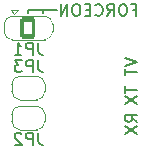
<source format=gbo>
%TF.GenerationSoftware,KiCad,Pcbnew,7.0.2-0*%
%TF.CreationDate,2023-11-06T23:03:35-08:00*%
%TF.ProjectId,uart-friend-232,75617274-2d66-4726-9965-6e642d323332,rev?*%
%TF.SameCoordinates,PX9765530PY6521e48*%
%TF.FileFunction,Legend,Bot*%
%TF.FilePolarity,Positive*%
%FSLAX46Y46*%
G04 Gerber Fmt 4.6, Leading zero omitted, Abs format (unit mm)*
G04 Created by KiCad (PCBNEW 7.0.2-0) date 2023-11-06 23:03:35*
%MOMM*%
%LPD*%
G01*
G04 APERTURE LIST*
G04 Aperture macros list*
%AMRoundRect*
0 Rectangle with rounded corners*
0 $1 Rounding radius*
0 $2 $3 $4 $5 $6 $7 $8 $9 X,Y pos of 4 corners*
0 Add a 4 corners polygon primitive as box body*
4,1,4,$2,$3,$4,$5,$6,$7,$8,$9,$2,$3,0*
0 Add four circle primitives for the rounded corners*
1,1,$1+$1,$2,$3*
1,1,$1+$1,$4,$5*
1,1,$1+$1,$6,$7*
1,1,$1+$1,$8,$9*
0 Add four rect primitives between the rounded corners*
20,1,$1+$1,$2,$3,$4,$5,0*
20,1,$1+$1,$4,$5,$6,$7,0*
20,1,$1+$1,$6,$7,$8,$9,0*
20,1,$1+$1,$8,$9,$2,$3,0*%
%AMFreePoly0*
4,1,40,0.586777,0.930194,0.656366,0.874698,0.694986,0.794504,0.700000,0.750000,0.700000,-0.750000,0.680194,-0.836777,0.624698,-0.906366,0.544504,-0.944986,0.500000,-0.950000,0.000000,-0.950000,-0.022297,-0.944911,-0.071157,-0.944911,-0.127504,-0.936810,-0.264055,-0.896715,-0.315837,-0.873066,-0.435559,-0.796125,-0.478580,-0.758847,-0.571777,-0.651292,-0.602554,-0.603402,-0.661673,-0.473948,
-0.677710,-0.419330,-0.697964,-0.278464,-0.700000,-0.250000,-0.700000,0.250000,-0.697964,0.278464,-0.677710,0.419330,-0.661673,0.473948,-0.602554,0.603402,-0.571777,0.651292,-0.478580,0.758847,-0.435559,0.796125,-0.315837,0.873066,-0.264055,0.896715,-0.127504,0.936810,-0.071157,0.944911,-0.044660,0.944911,-0.044504,0.944986,0.000000,0.950000,0.500000,0.950000,0.586777,0.930194,
0.586777,0.930194,$1*%
%AMFreePoly1*
4,1,40,0.022297,0.944911,0.071157,0.944911,0.127504,0.936810,0.264055,0.896715,0.315837,0.873066,0.435559,0.796125,0.478580,0.758847,0.571777,0.651292,0.602554,0.603402,0.661673,0.473948,0.677710,0.419330,0.697964,0.278464,0.700000,0.250000,0.700000,-0.250000,0.697964,-0.278464,0.677710,-0.419330,0.661673,-0.473948,0.602554,-0.603402,0.571777,-0.651292,0.478580,-0.758847,
0.435559,-0.796125,0.315837,-0.873066,0.264055,-0.896715,0.127504,-0.936810,0.071157,-0.944911,0.044660,-0.944911,0.044504,-0.944986,0.000000,-0.950000,-0.500000,-0.950000,-0.586777,-0.930194,-0.656366,-0.874698,-0.694986,-0.794504,-0.700000,-0.750000,-0.700000,0.750000,-0.680194,0.836777,-0.624698,0.906366,-0.544504,0.944986,-0.500000,0.950000,0.000000,0.950000,0.022297,0.944911,
0.022297,0.944911,$1*%
%AMFreePoly2*
4,1,40,0.636777,0.930194,0.706366,0.874698,0.744986,0.794504,0.750000,0.750000,0.750000,-0.750000,0.730194,-0.836777,0.674698,-0.906366,0.594504,-0.944986,0.550000,-0.950000,0.000000,-0.950000,-0.022297,-0.944911,-0.071157,-0.944911,-0.127504,-0.936810,-0.264055,-0.896715,-0.315837,-0.873066,-0.435559,-0.796125,-0.478580,-0.758847,-0.571777,-0.651292,-0.602554,-0.603402,-0.661673,-0.473948,
-0.677710,-0.419330,-0.697964,-0.278464,-0.700000,-0.250000,-0.700000,0.250000,-0.697964,0.278464,-0.677710,0.419330,-0.661673,0.473948,-0.602554,0.603402,-0.571777,0.651292,-0.478580,0.758847,-0.435559,0.796125,-0.315837,0.873066,-0.264055,0.896715,-0.127504,0.936810,-0.071157,0.944911,-0.044660,0.944911,-0.044504,0.944986,0.000000,0.950000,0.550000,0.950000,0.636777,0.930194,
0.636777,0.930194,$1*%
%AMFreePoly3*
4,1,40,0.022297,0.944911,0.071157,0.944911,0.127504,0.936810,0.264055,0.896715,0.315837,0.873066,0.435559,0.796125,0.478580,0.758847,0.571777,0.651292,0.602554,0.603402,0.661673,0.473948,0.677710,0.419330,0.697964,0.278464,0.700000,0.250000,0.700000,-0.250000,0.697964,-0.278464,0.677710,-0.419330,0.661673,-0.473948,0.602554,-0.603402,0.571777,-0.651292,0.478580,-0.758847,
0.435559,-0.796125,0.315837,-0.873066,0.264055,-0.896715,0.127504,-0.936810,0.071157,-0.944911,0.044660,-0.944911,0.044504,-0.944986,0.000000,-0.950000,-0.550000,-0.950000,-0.636777,-0.930194,-0.706366,-0.874698,-0.744986,-0.794504,-0.750000,-0.750000,-0.750000,0.750000,-0.730194,0.836777,-0.674698,0.906366,-0.594504,0.944986,-0.550000,0.950000,0.000000,0.950000,0.022297,0.944911,
0.022297,0.944911,$1*%
G04 Aperture macros list end*
%ADD10C,0.150000*%
%ADD11C,0.120000*%
%ADD12O,2.100000X2.100000*%
%ADD13RoundRect,0.200000X-0.850000X-0.850000X0.850000X-0.850000X0.850000X0.850000X-0.850000X0.850000X0*%
%ADD14FreePoly0,180.000000*%
%ADD15FreePoly1,180.000000*%
%ADD16FreePoly0,0.000000*%
%ADD17FreePoly1,0.000000*%
%ADD18FreePoly2,0.000000*%
%ADD19RoundRect,0.200000X-0.500000X-0.750000X0.500000X-0.750000X0.500000X0.750000X-0.500000X0.750000X0*%
%ADD20FreePoly3,0.000000*%
%ADD21RoundRect,0.200000X1.740000X-0.923333X1.740000X0.923333X-1.740000X0.923333X-1.740000X-0.923333X0*%
G04 APERTURE END LIST*
D10*
X19685000Y14224000D02*
X20828000Y14224000D01*
X19685000Y14224000D02*
X19685000Y13970000D01*
X18415000Y14224000D02*
X19685000Y14224000D01*
X18415000Y13970000D02*
X18415000Y14224000D01*
X27241571Y14235191D02*
X27574904Y14235191D01*
X27574904Y13711381D02*
X27574904Y14711381D01*
X27574904Y14711381D02*
X27098714Y14711381D01*
X26527285Y14711381D02*
X26336809Y14711381D01*
X26336809Y14711381D02*
X26241571Y14663762D01*
X26241571Y14663762D02*
X26146333Y14568524D01*
X26146333Y14568524D02*
X26098714Y14378048D01*
X26098714Y14378048D02*
X26098714Y14044715D01*
X26098714Y14044715D02*
X26146333Y13854239D01*
X26146333Y13854239D02*
X26241571Y13759000D01*
X26241571Y13759000D02*
X26336809Y13711381D01*
X26336809Y13711381D02*
X26527285Y13711381D01*
X26527285Y13711381D02*
X26622523Y13759000D01*
X26622523Y13759000D02*
X26717761Y13854239D01*
X26717761Y13854239D02*
X26765380Y14044715D01*
X26765380Y14044715D02*
X26765380Y14378048D01*
X26765380Y14378048D02*
X26717761Y14568524D01*
X26717761Y14568524D02*
X26622523Y14663762D01*
X26622523Y14663762D02*
X26527285Y14711381D01*
X25098714Y13711381D02*
X25432047Y14187572D01*
X25670142Y13711381D02*
X25670142Y14711381D01*
X25670142Y14711381D02*
X25289190Y14711381D01*
X25289190Y14711381D02*
X25193952Y14663762D01*
X25193952Y14663762D02*
X25146333Y14616143D01*
X25146333Y14616143D02*
X25098714Y14520905D01*
X25098714Y14520905D02*
X25098714Y14378048D01*
X25098714Y14378048D02*
X25146333Y14282810D01*
X25146333Y14282810D02*
X25193952Y14235191D01*
X25193952Y14235191D02*
X25289190Y14187572D01*
X25289190Y14187572D02*
X25670142Y14187572D01*
X24098714Y13806620D02*
X24146333Y13759000D01*
X24146333Y13759000D02*
X24289190Y13711381D01*
X24289190Y13711381D02*
X24384428Y13711381D01*
X24384428Y13711381D02*
X24527285Y13759000D01*
X24527285Y13759000D02*
X24622523Y13854239D01*
X24622523Y13854239D02*
X24670142Y13949477D01*
X24670142Y13949477D02*
X24717761Y14139953D01*
X24717761Y14139953D02*
X24717761Y14282810D01*
X24717761Y14282810D02*
X24670142Y14473286D01*
X24670142Y14473286D02*
X24622523Y14568524D01*
X24622523Y14568524D02*
X24527285Y14663762D01*
X24527285Y14663762D02*
X24384428Y14711381D01*
X24384428Y14711381D02*
X24289190Y14711381D01*
X24289190Y14711381D02*
X24146333Y14663762D01*
X24146333Y14663762D02*
X24098714Y14616143D01*
X23670142Y14235191D02*
X23336809Y14235191D01*
X23193952Y13711381D02*
X23670142Y13711381D01*
X23670142Y13711381D02*
X23670142Y14711381D01*
X23670142Y14711381D02*
X23193952Y14711381D01*
X22574904Y14711381D02*
X22384428Y14711381D01*
X22384428Y14711381D02*
X22289190Y14663762D01*
X22289190Y14663762D02*
X22193952Y14568524D01*
X22193952Y14568524D02*
X22146333Y14378048D01*
X22146333Y14378048D02*
X22146333Y14044715D01*
X22146333Y14044715D02*
X22193952Y13854239D01*
X22193952Y13854239D02*
X22289190Y13759000D01*
X22289190Y13759000D02*
X22384428Y13711381D01*
X22384428Y13711381D02*
X22574904Y13711381D01*
X22574904Y13711381D02*
X22670142Y13759000D01*
X22670142Y13759000D02*
X22765380Y13854239D01*
X22765380Y13854239D02*
X22812999Y14044715D01*
X22812999Y14044715D02*
X22812999Y14378048D01*
X22812999Y14378048D02*
X22765380Y14568524D01*
X22765380Y14568524D02*
X22670142Y14663762D01*
X22670142Y14663762D02*
X22574904Y14711381D01*
X21717761Y13711381D02*
X21717761Y14711381D01*
X21717761Y14711381D02*
X21146333Y13711381D01*
X21146333Y13711381D02*
X21146333Y14711381D01*
X26640619Y10112286D02*
X27640619Y9778953D01*
X27640619Y9778953D02*
X26640619Y9445620D01*
X26640619Y9255143D02*
X26640619Y8683715D01*
X27640619Y8969429D02*
X26640619Y8969429D01*
X26640619Y7746905D02*
X26640619Y7175477D01*
X27640619Y7461191D02*
X26640619Y7461191D01*
X26640619Y6937381D02*
X27640619Y6270715D01*
X26640619Y6270715D02*
X27640619Y6937381D01*
X27640619Y4738667D02*
X27164428Y5072000D01*
X27640619Y5310095D02*
X26640619Y5310095D01*
X26640619Y5310095D02*
X26640619Y4929143D01*
X26640619Y4929143D02*
X26688238Y4833905D01*
X26688238Y4833905D02*
X26735857Y4786286D01*
X26735857Y4786286D02*
X26831095Y4738667D01*
X26831095Y4738667D02*
X26973952Y4738667D01*
X26973952Y4738667D02*
X27069190Y4786286D01*
X27069190Y4786286D02*
X27116809Y4833905D01*
X27116809Y4833905D02*
X27164428Y4929143D01*
X27164428Y4929143D02*
X27164428Y5310095D01*
X26640619Y4405333D02*
X27640619Y3738667D01*
X26640619Y3738667D02*
X27640619Y4405333D01*
%TO.C,JP3*%
X19248333Y9957381D02*
X19248333Y9243096D01*
X19248333Y9243096D02*
X19295952Y9100239D01*
X19295952Y9100239D02*
X19391190Y9005000D01*
X19391190Y9005000D02*
X19534047Y8957381D01*
X19534047Y8957381D02*
X19629285Y8957381D01*
X18772142Y8957381D02*
X18772142Y9957381D01*
X18772142Y9957381D02*
X18391190Y9957381D01*
X18391190Y9957381D02*
X18295952Y9909762D01*
X18295952Y9909762D02*
X18248333Y9862143D01*
X18248333Y9862143D02*
X18200714Y9766905D01*
X18200714Y9766905D02*
X18200714Y9624048D01*
X18200714Y9624048D02*
X18248333Y9528810D01*
X18248333Y9528810D02*
X18295952Y9481191D01*
X18295952Y9481191D02*
X18391190Y9433572D01*
X18391190Y9433572D02*
X18772142Y9433572D01*
X17867380Y9957381D02*
X17248333Y9957381D01*
X17248333Y9957381D02*
X17581666Y9576429D01*
X17581666Y9576429D02*
X17438809Y9576429D01*
X17438809Y9576429D02*
X17343571Y9528810D01*
X17343571Y9528810D02*
X17295952Y9481191D01*
X17295952Y9481191D02*
X17248333Y9385953D01*
X17248333Y9385953D02*
X17248333Y9147858D01*
X17248333Y9147858D02*
X17295952Y9052620D01*
X17295952Y9052620D02*
X17343571Y9005000D01*
X17343571Y9005000D02*
X17438809Y8957381D01*
X17438809Y8957381D02*
X17724523Y8957381D01*
X17724523Y8957381D02*
X17819761Y9005000D01*
X17819761Y9005000D02*
X17867380Y9052620D01*
%TO.C,JP2*%
X19248333Y3817381D02*
X19248333Y3103096D01*
X19248333Y3103096D02*
X19295952Y2960239D01*
X19295952Y2960239D02*
X19391190Y2865000D01*
X19391190Y2865000D02*
X19534047Y2817381D01*
X19534047Y2817381D02*
X19629285Y2817381D01*
X18772142Y2817381D02*
X18772142Y3817381D01*
X18772142Y3817381D02*
X18391190Y3817381D01*
X18391190Y3817381D02*
X18295952Y3769762D01*
X18295952Y3769762D02*
X18248333Y3722143D01*
X18248333Y3722143D02*
X18200714Y3626905D01*
X18200714Y3626905D02*
X18200714Y3484048D01*
X18200714Y3484048D02*
X18248333Y3388810D01*
X18248333Y3388810D02*
X18295952Y3341191D01*
X18295952Y3341191D02*
X18391190Y3293572D01*
X18391190Y3293572D02*
X18772142Y3293572D01*
X17819761Y3722143D02*
X17772142Y3769762D01*
X17772142Y3769762D02*
X17676904Y3817381D01*
X17676904Y3817381D02*
X17438809Y3817381D01*
X17438809Y3817381D02*
X17343571Y3769762D01*
X17343571Y3769762D02*
X17295952Y3722143D01*
X17295952Y3722143D02*
X17248333Y3626905D01*
X17248333Y3626905D02*
X17248333Y3531667D01*
X17248333Y3531667D02*
X17295952Y3388810D01*
X17295952Y3388810D02*
X17867380Y2817381D01*
X17867380Y2817381D02*
X17248333Y2817381D01*
%TO.C,JP1*%
X19248333Y11437381D02*
X19248333Y10723096D01*
X19248333Y10723096D02*
X19295952Y10580239D01*
X19295952Y10580239D02*
X19391190Y10485000D01*
X19391190Y10485000D02*
X19534047Y10437381D01*
X19534047Y10437381D02*
X19629285Y10437381D01*
X18772142Y10437381D02*
X18772142Y11437381D01*
X18772142Y11437381D02*
X18391190Y11437381D01*
X18391190Y11437381D02*
X18295952Y11389762D01*
X18295952Y11389762D02*
X18248333Y11342143D01*
X18248333Y11342143D02*
X18200714Y11246905D01*
X18200714Y11246905D02*
X18200714Y11104048D01*
X18200714Y11104048D02*
X18248333Y11008810D01*
X18248333Y11008810D02*
X18295952Y10961191D01*
X18295952Y10961191D02*
X18391190Y10913572D01*
X18391190Y10913572D02*
X18772142Y10913572D01*
X17248333Y10437381D02*
X17819761Y10437381D01*
X17534047Y10437381D02*
X17534047Y11437381D01*
X17534047Y11437381D02*
X17629285Y11294524D01*
X17629285Y11294524D02*
X17724523Y11199286D01*
X17724523Y11199286D02*
X17819761Y11151667D01*
D11*
%TO.C,JP3*%
X17715000Y6620000D02*
X19115000Y6620000D01*
X19115000Y8620000D02*
X17715000Y8620000D01*
X19815000Y7320000D02*
X19815000Y7920000D01*
X17015000Y7920000D02*
X17015000Y7320000D01*
X19815000Y7920000D02*
G75*
G03*
X19115000Y8620000I-699999J1D01*
G01*
X19115000Y6620000D02*
G75*
G03*
X19815000Y7320000I1J699999D01*
G01*
X17015000Y7320000D02*
G75*
G03*
X17715000Y6620000I700000J0D01*
G01*
X17715000Y8620000D02*
G75*
G03*
X17015000Y7920000I0J-700000D01*
G01*
%TO.C,JP2*%
X19115000Y6080000D02*
X17715000Y6080000D01*
X17715000Y4080000D02*
X19115000Y4080000D01*
X17015000Y5380000D02*
X17015000Y4780000D01*
X19815000Y4780000D02*
X19815000Y5380000D01*
X17015000Y4780000D02*
G75*
G03*
X17715000Y4080000I699999J-1D01*
G01*
X17715000Y6080000D02*
G75*
G03*
X17015000Y5380000I-1J-699999D01*
G01*
X19815000Y5380000D02*
G75*
G03*
X19115000Y6080000I-700000J0D01*
G01*
X19115000Y4080000D02*
G75*
G03*
X19815000Y4780000I0J700000D01*
G01*
%TO.C,JP1*%
X17215000Y13900000D02*
X17515000Y14200000D01*
X16915000Y14200000D02*
X17515000Y14200000D01*
X20465000Y12400000D02*
X20465000Y13000000D01*
X17015000Y11700000D02*
X19815000Y11700000D01*
X16365000Y13000000D02*
X16365000Y12400000D01*
X19815000Y13700000D02*
X17015000Y13700000D01*
X17215000Y13900000D02*
X16915000Y14200000D01*
X16365000Y12400000D02*
G75*
G03*
X17065000Y11700000I699999J-1D01*
G01*
X17065000Y13700000D02*
G75*
G03*
X16365000Y13000000I-1J-699999D01*
G01*
X20465000Y13000000D02*
G75*
G03*
X19765000Y13700000I-700000J0D01*
G01*
X19765000Y11700000D02*
G75*
G03*
X20465000Y12400000I0J700000D01*
G01*
%TD*%
%LPC*%
D12*
%TO.C,J2*%
X29210000Y1905000D03*
X29210000Y4445000D03*
X29210000Y6985000D03*
X29210000Y9525000D03*
X29210000Y12065000D03*
D13*
X29210000Y14605000D03*
%TD*%
D14*
%TO.C,JP3*%
X19065000Y7620000D03*
D15*
X17765000Y7620000D03*
%TD*%
D16*
%TO.C,JP2*%
X17765000Y5080000D03*
D17*
X19065000Y5080000D03*
%TD*%
D18*
%TO.C,JP1*%
X17115000Y12700000D03*
D19*
X18415000Y12700000D03*
D20*
X19715000Y12700000D03*
%TD*%
D21*
%TO.C,J1*%
X33785000Y12410000D03*
X33785000Y9640000D03*
X33785000Y6870000D03*
X33785000Y4100000D03*
%TD*%
%LPD*%
M02*

</source>
